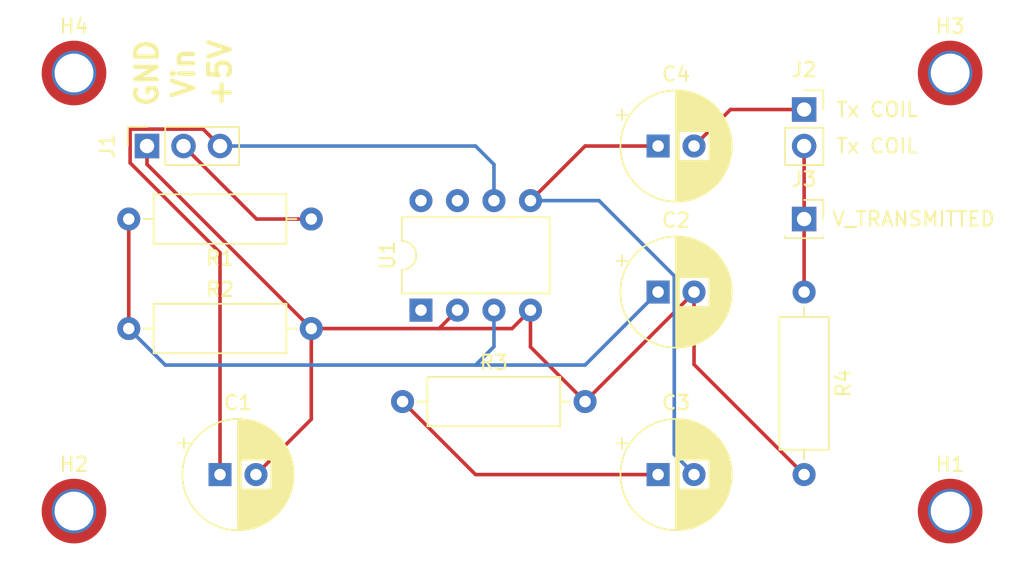
<source format=kicad_pcb>
(kicad_pcb (version 20211014) (generator pcbnew)
  (layers (0 "F.Cu" signal) (31 "B.Cu" signal) (34 "B.Paste" user) (35 "F.Paste" user) (36 "B.SilkS" user "B.Silkscreen") (37 "F.SilkS" user "F.Silkscreen") (38 "B.Mask" user) (39 "F.Mask" user) (44 "Edge.Cuts" user))
  (net 0 "")
  (net 1 "Net-(C1-Pad1)")
  (net 2 "GND")
  (net 3 "Net-(C2-Pad1)")
  (net 4 "Net-(C3-Pad1)")
  (net 5 "Net-(C3-Pad2)")
  (net 6 "Net-(C4-Pad2)")
  (net 7 "Net-(J1-Pad2)")
  (net 8 "Net-(R4-Pad1)")
  (footprint "Resistor_THT:R_Axial_DIN0309_L9.0mm_D3.2mm_P12.70mm_Horizontal" (layer "F.Cu") (at 137.16 86.36)
    (fp_text reference "R3" (at 6.35 -2.72) (layer "F.SilkS"))
    (fp_text value "15")
    (pad "1" thru_hole circle (at 0 0) (size 1.6 1.6) (drill 0.8) (layers *.Cu *.Mask) (net 4 "Net-(C3-Pad1)"))
    (pad "2" thru_hole oval (at 12.7 0) (size 1.6 1.6) (drill 0.8) (layers *.Cu *.Mask) (net 2 "GND"))
  )
  (footprint "Connector_PinSocket_2.54mm:PinSocket_1x01_P2.54mm_Vertical" (layer "F.Cu") (at 165.1 73.66)
    (fp_text reference "J3" (at 0 -2.77) (layer "F.SilkS"))
    (fp_text value "Conn_01x01_Female")
    (pad "1" thru_hole rect (at 0 0) (size 1.7 1.7) (drill 1) (layers *.Cu *.Mask) (net 8 "Net-(R4-Pad1)"))
  )
  (footprint "Package_DIP:DIP-8_W7.62mm" (layer "F.Cu") (at 138.44 80 90)
    (fp_text reference "U1" (at 3.81 -2.33 90) (layer "F.SilkS"))
    (fp_text value "LM386")
    (pad "1" thru_hole rect (at 0 0 90) (size 1.6 1.6) (drill 0.8) (layers *.Cu *.Mask))
    (pad "2" thru_hole oval (at 0 2.54 90) (size 1.6 1.6) (drill 0.8) (layers *.Cu *.Mask) (net 2 "GND"))
    (pad "3" thru_hole oval (at 0 5.08 90) (size 1.6 1.6) (drill 0.8) (layers *.Cu *.Mask) (net 3 "Net-(C2-Pad1)"))
    (pad "4" thru_hole oval (at 0 7.62 90) (size 1.6 1.6) (drill 0.8) (layers *.Cu *.Mask) (net 2 "GND"))
    (pad "5" thru_hole oval (at 7.62 7.62 90) (size 1.6 1.6) (drill 0.8) (layers *.Cu *.Mask) (net 5 "Net-(C3-Pad2)"))
    (pad "6" thru_hole oval (at 7.62 5.08 90) (size 1.6 1.6) (drill 0.8) (layers *.Cu *.Mask) (net 1 "Net-(C1-Pad1)"))
    (pad "7" thru_hole oval (at 7.62 2.54 90) (size 1.6 1.6) (drill 0.8) (layers *.Cu *.Mask))
    (pad "8" thru_hole oval (at 7.62 0 90) (size 1.6 1.6) (drill 0.8) (layers *.Cu *.Mask))
  )
  (footprint "Connector_PinSocket_2.54mm:PinSocket_1x02_P2.54mm_Vertical" (layer "F.Cu") (at 165.1 66.04)
    (fp_text reference "J2" (at 0 -2.77) (layer "F.SilkS"))
    (fp_text value "Conn_01x02_Female")
    (pad "1" thru_hole rect (at 0 0) (size 1.7 1.7) (drill 1) (layers *.Cu *.Mask) (net 6 "Net-(C4-Pad2)"))
    (pad "2" thru_hole oval (at 0 2.54) (size 1.7 1.7) (drill 1) (layers *.Cu *.Mask) (net 8 "Net-(R4-Pad1)"))
  )
  (footprint "Resistor_THT:R_Axial_DIN0309_L9.0mm_D3.2mm_P12.70mm_Horizontal" (layer "F.Cu") (at 165.1 78.74 -90)
    (fp_text reference "R4" (at 6.35 -2.72 90) (layer "F.SilkS"))
    (fp_text value "1")
    (pad "1" thru_hole circle (at 0 0 270) (size 1.6 1.6) (drill 0.8) (layers *.Cu *.Mask) (net 8 "Net-(R4-Pad1)"))
    (pad "2" thru_hole oval (at 12.7 0 270) (size 1.6 1.6) (drill 0.8) (layers *.Cu *.Mask) (net 2 "GND"))
  )
  (footprint "Capacitor_THT:CP_Radial_D7.5mm_P2.50mm" (layer "F.Cu") (at 154.94 68.58)
    (fp_text reference "C4" (at 1.25 -5) (layer "F.SilkS"))
    (fp_text value "150n")
    (pad "1" thru_hole rect (at 0 0) (size 1.6 1.6) (drill 0.8) (layers *.Cu *.Mask) (net 5 "Net-(C3-Pad2)"))
    (pad "2" thru_hole circle (at 2.5 0) (size 1.6 1.6) (drill 0.8) (layers *.Cu *.Mask) (net 6 "Net-(C4-Pad2)"))
  )
  (footprint "Capacitor_THT:CP_Radial_D7.5mm_P2.50mm" (layer "F.Cu") (at 154.94 78.74)
    (fp_text reference "C2" (at 1.25 -5) (layer "F.SilkS"))
    (fp_text value "1.33n")
    (pad "1" thru_hole rect (at 0 0) (size 1.6 1.6) (drill 0.8) (layers *.Cu *.Mask) (net 3 "Net-(C2-Pad1)"))
    (pad "2" thru_hole circle (at 2.5 0) (size 1.6 1.6) (drill 0.8) (layers *.Cu *.Mask) (net 2 "GND"))
  )
  (footprint "Connector_PinSocket_2.54mm:PinSocket_1x03_P2.54mm_Vertical" (layer "F.Cu") (at 119.38 68.58 90)
    (fp_text reference "J1" (at 0 -2.77 90) (layer "F.SilkS"))
    (fp_text value "Conn_01x03_Female")
    (pad "1" thru_hole rect (at 0 0 90) (size 1.7 1.7) (drill 1) (layers *.Cu *.Mask) (net 2 "GND"))
    (pad "2" thru_hole oval (at 0 2.54 90) (size 1.7 1.7) (drill 1) (layers *.Cu *.Mask) (net 7 "Net-(J1-Pad2)"))
    (pad "3" thru_hole oval (at 0 5.08 90) (size 1.7 1.7) (drill 1) (layers *.Cu *.Mask) (net 1 "Net-(C1-Pad1)"))
  )
  (footprint "MountingHole:MountingHole_2.7mm_M2.5_ISO14580_Pad_TopOnly" (layer "F.Cu") (at 114.3 93.98)
    (fp_text reference "H2" (at 0 -3.25) (layer "F.SilkS"))
    (fp_text value "MountingHole")
    (pad "1" connect circle (at 0 0) (size 4.5 4.5) (layers "F.Cu" "F.Mask"))
    (pad "1" thru_hole circle (at 0 0) (size 3.1 3.1) (drill 2.7) (layers *.Cu *.Mask))
  )
  (footprint "MountingHole:MountingHole_2.7mm_M2.5_ISO14580_Pad_TopOnly" (layer "F.Cu") (at 175.26 93.98)
    (fp_text reference "H1" (at 0 -3.25) (layer "F.SilkS"))
    (fp_text value "MountingHole")
    (pad "1" thru_hole circle (at 0 0) (size 3.1 3.1) (drill 2.7) (layers *.Cu *.Mask))
    (pad "1" connect circle (at 0 0) (size 4.5 4.5) (layers "F.Cu" "F.Mask"))
  )
  (footprint "MountingHole:MountingHole_2.7mm_M2.5_ISO14580_Pad_TopOnly" (layer "F.Cu") (at 114.3 63.5)
    (fp_text reference "H4" (at 0 -3.25) (layer "F.SilkS"))
    (fp_text value "MountingHole")
    (pad "1" thru_hole circle (at 0 0) (size 3.1 3.1) (drill 2.7) (layers *.Cu *.Mask))
    (pad "1" connect circle (at 0 0) (size 4.5 4.5) (layers "F.Cu" "F.Mask"))
  )
  (footprint "Capacitor_THT:CP_Radial_D7.5mm_P2.50mm" (layer "F.Cu") (at 154.94 91.44)
    (fp_text reference "C3" (at 1.25 -5) (layer "F.SilkS"))
    (fp_text value "47n")
    (pad "1" thru_hole rect (at 0 0) (size 1.6 1.6) (drill 0.8) (layers *.Cu *.Mask) (net 4 "Net-(C3-Pad1)"))
    (pad "2" thru_hole circle (at 2.5 0) (size 1.6 1.6) (drill 0.8) (layers *.Cu *.Mask) (net 5 "Net-(C3-Pad2)"))
  )
  (footprint "MountingHole:MountingHole_2.7mm_M2.5_ISO14580_Pad_TopOnly" (layer "F.Cu") (at 175.26 63.5)
    (fp_text reference "H3" (at 0 -3.25) (layer "F.SilkS"))
    (fp_text value "MountingHole")
    (pad "1" connect circle (at 0 0) (size 4.5 4.5) (layers "F.Cu" "F.Mask"))
    (pad "1" thru_hole circle (at 0 0) (size 3.1 3.1) (drill 2.7) (layers *.Cu *.Mask))
  )
  (footprint "Resistor_THT:R_Axial_DIN0309_L9.0mm_D3.2mm_P12.70mm_Horizontal" (layer "F.Cu") (at 130.81 73.66 180)
    (fp_text reference "R1" (at 6.35 -2.72) (layer "F.SilkS"))
    (fp_text value "147000")
    (pad "1" thru_hole circle (at 0 0 180) (size 1.6 1.6) (drill 0.8) (layers *.Cu *.Mask) (net 7 "Net-(J1-Pad2)"))
    (pad "2" thru_hole oval (at 12.7 0 180) (size 1.6 1.6) (drill 0.8) (layers *.Cu *.Mask) (net 3 "Net-(C2-Pad1)"))
  )
  (footprint "Resistor_THT:R_Axial_DIN0309_L9.0mm_D3.2mm_P12.70mm_Horizontal" (layer "F.Cu") (at 118.11 81.28)
    (fp_text reference "R2" (at 6.35 -2.72) (layer "F.SilkS"))
    (fp_text value "6000")
    (pad "1" thru_hole circle (at 0 0) (size 1.6 1.6) (drill 0.8) (layers *.Cu *.Mask) (net 3 "Net-(C2-Pad1)"))
    (pad "2" thru_hole oval (at 12.7 0) (size 1.6 1.6) (drill 0.8) (layers *.Cu *.Mask) (net 2 "GND"))
  )
  (footprint "Capacitor_THT:CP_Radial_D7.5mm_P2.50mm" (layer "F.Cu") (at 124.46 91.44)
    (fp_text reference "C1" (at 1.25 -5) (layer "F.SilkS"))
    (fp_text value "100u")
    (pad "1" thru_hole rect (at 0 0) (size 1.6 1.6) (drill 0.8) (layers *.Cu *.Mask) (net 1 "Net-(C1-Pad1)"))
    (pad "2" thru_hole circle (at 2.5 0) (size 1.6 1.6) (drill 0.8) (layers *.Cu *.Mask) (net 2 "GND"))
  )
  (gr_text "Vin" (at 121.92 63.5 90) (layer "F.SilkS") (effects (font (size 1.5 1.5) (thickness 0.3))))
  (gr_text "+5V" (at 124.46 63.5 90) (layer "F.SilkS") (effects (font (size 1.5 1.5) (thickness 0.3))))
  (gr_text "V_TRANSMITTED" (at 172.72 73.66) (layer "F.SilkS") (effects (font (size 1 1))))
  (gr_text "Tx COIL\n" (at 170.18 68.58) (layer "F.SilkS") (effects (font (size 1 1))))
  (gr_text "Tx COIL" (at 170.18 66.04) (layer "F.SilkS") (effects (font (size 1 1))))
  (gr_text "GND" (at 119.38 63.5 90) (layer "F.SilkS") (effects (font (size 1.5 1.5) (thickness 0.3))))
  (segment (start 118.205489 67.405489) (end 123.285489 67.405489) (width 0.25) (layer "F.Cu") (net 1))
  (segment (start 124.46 76.009022) (end 118.205489 69.754511) (width 0.25) (layer "F.Cu") (net 1))
  (segment (start 124.46 91.44) (end 124.46 76.009022) (width 0.25) (layer "F.Cu") (net 1))
  (segment (start 123.285489 67.405489) (end 124.46 68.58) (width 0.25) (layer "F.Cu") (net 1))
  (segment (start 118.205489 69.754511) (end 118.205489 67.405489) (width 0.25) (layer "F.Cu") (net 1))
  (segment (start 142.24 68.58) (end 143.52 69.86) (width 0.25) (layer "B.Cu") (net 1))
  (segment (start 143.52 69.86) (end 143.52 72.38) (width 0.25) (layer "B.Cu") (net 1))
  (segment (start 124.46 68.58) (end 142.24 68.58) (width 0.25) (layer "B.Cu") (net 1))
  (segment (start 139.7 81.28) (end 144.78 81.28) (width 0.25) (layer "F.Cu") (net 2))
  (segment (start 139.7 81.28) (end 140.98 80) (width 0.25) (layer "F.Cu") (net 2))
  (segment (start 144.78 81.28) (end 146.06 80) (width 0.25) (layer "F.Cu") (net 2))
  (segment (start 119.38 69.85) (end 130.81 81.28) (width 0.25) (layer "F.Cu") (net 2))
  (segment (start 146.06 80) (end 146.06 82.56) (width 0.25) (layer "F.Cu") (net 2))
  (segment (start 119.38 68.58) (end 119.38 69.85) (width 0.25) (layer "F.Cu") (net 2))
  (segment (start 130.81 87.59) (end 126.96 91.44) (width 0.25) (layer "F.Cu") (net 2))
  (segment (start 130.81 81.28) (end 130.81 87.59) (width 0.25) (layer "F.Cu") (net 2))
  (segment (start 157.44 78.78) (end 157.44 78.74) (width 0.25) (layer "F.Cu") (net 2))
  (segment (start 130.81 81.28) (end 139.7 81.28) (width 0.25) (layer "F.Cu") (net 2))
  (segment (start 149.86 86.36) (end 157.44 78.78) (width 0.25) (layer "F.Cu") (net 2))
  (segment (start 157.44 83.78) (end 165.1 91.44) (width 0.25) (layer "F.Cu") (net 2))
  (segment (start 146.06 82.56) (end 149.86 86.36) (width 0.25) (layer "F.Cu") (net 2))
  (segment (start 157.44 78.74) (end 157.44 83.78) (width 0.25) (layer "F.Cu") (net 2))
  (segment (start 118.11 73.66) (end 118.11 81.28) (width 0.25) (layer "F.Cu") (net 3))
  (segment (start 142.24 83.82) (end 143.52 82.54) (width 0.25) (layer "B.Cu") (net 3))
  (segment (start 154.94 78.74) (end 149.86 83.82) (width 0.25) (layer "B.Cu") (net 3))
  (segment (start 142.24 83.82) (end 120.65 83.82) (width 0.25) (layer "B.Cu") (net 3))
  (segment (start 120.65 83.82) (end 118.11 81.28) (width 0.25) (layer "B.Cu") (net 3))
  (segment (start 143.52 82.54) (end 143.52 80) (width 0.25) (layer "B.Cu") (net 3))
  (segment (start 149.86 83.82) (end 142.24 83.82) (width 0.25) (layer "B.Cu") (net 3))
  (segment (start 142.24 91.44) (end 137.16 86.36) (width 0.25) (layer "F.Cu") (net 4))
  (segment (start 154.94 91.44) (end 142.24 91.44) (width 0.25) (layer "F.Cu") (net 4))
  (segment (start 154.94 68.58) (end 149.86 68.58) (width 0.25) (layer "F.Cu") (net 5))
  (segment (start 149.86 68.58) (end 146.06 72.38) (width 0.25) (layer "F.Cu") (net 5))
  (segment (start 146.06 72.38) (end 150.829022 72.38) (width 0.25) (layer "B.Cu") (net 5))
  (segment (start 157.48 91.44) (end 157.44 91.44) (width 0.25) (layer "B.Cu") (net 5))
  (segment (start 150.829022 72.38) (end 156.064511 77.615489) (width 0.25) (layer "B.Cu") (net 5))
  (segment (start 156.064511 90.024511) (end 157.48 91.44) (width 0.25) (layer "B.Cu") (net 5))
  (segment (start 156.064511 77.615489) (end 156.064511 90.024511) (width 0.25) (layer "B.Cu") (net 5))
  (segment (start 159.98 66.04) (end 157.44 68.58) (width 0.25) (layer "F.Cu") (net 6))
  (segment (start 165.1 66.04) (end 159.98 66.04) (width 0.25) (layer "F.Cu") (net 6))
  (segment (start 127 73.66) (end 121.92 68.58) (width 0.25) (layer "F.Cu") (net 7))
  (segment (start 130.81 73.66) (end 127 73.66) (width 0.25) (layer "F.Cu") (net 7))
  (segment (start 165.1 73.66) (end 165.1 68.58) (width 0.25) (layer "F.Cu") (net 8))
  (segment (start 165.1 78.74) (end 165.1 73.66) (width 0.25) (layer "F.Cu") (net 8))
)
</source>
